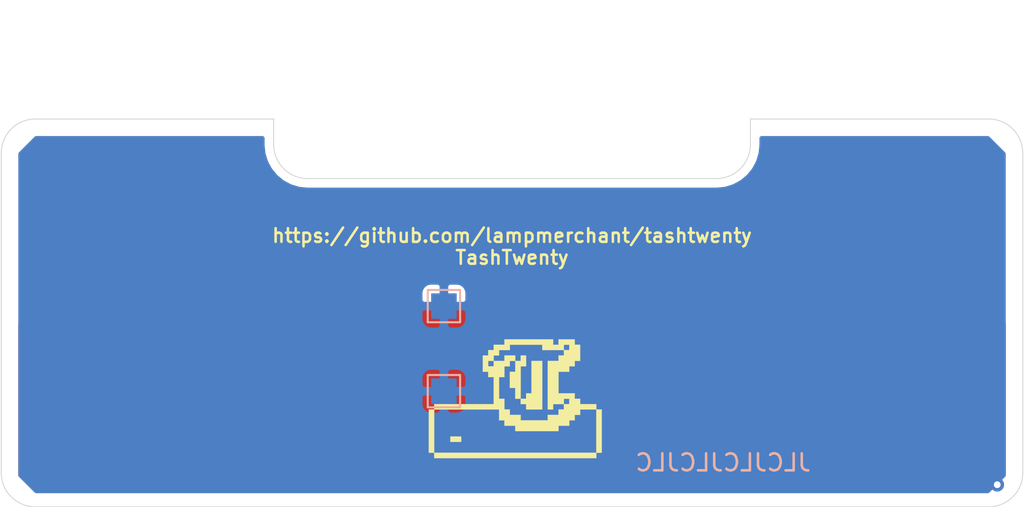
<source format=kicad_pcb>
(kicad_pcb (version 20171130) (host pcbnew "(5.1.12-1-10_14)")

  (general
    (thickness 1.6)
    (drawings 17)
    (tracks 7)
    (zones 0)
    (modules 3)
    (nets 2)
  )

  (page A4)
  (title_block
    (date 2022-05-17)
    (rev 1.0)
  )

  (layers
    (0 F.Cu signal)
    (31 B.Cu signal)
    (36 B.SilkS user)
    (37 F.SilkS user)
    (38 B.Mask user)
    (39 F.Mask user)
    (40 Dwgs.User user)
    (41 Cmts.User user)
    (44 Edge.Cuts user)
    (45 Margin user)
    (46 B.CrtYd user)
    (47 F.CrtYd user)
    (48 B.Fab user)
    (49 F.Fab user)
  )

  (setup
    (last_trace_width 0.25)
    (trace_clearance 0.2)
    (zone_clearance 0.508)
    (zone_45_only no)
    (trace_min 0.2)
    (via_size 0.8)
    (via_drill 0.4)
    (via_min_size 0.4)
    (via_min_drill 0.3)
    (uvia_size 0.3)
    (uvia_drill 0.1)
    (uvias_allowed no)
    (uvia_min_size 0.2)
    (uvia_min_drill 0.1)
    (edge_width 0.05)
    (segment_width 0.2)
    (pcb_text_width 0.3)
    (pcb_text_size 1.5 1.5)
    (mod_edge_width 0.12)
    (mod_text_size 1 1)
    (mod_text_width 0.15)
    (pad_size 1.5 1.5)
    (pad_drill 0)
    (pad_to_mask_clearance 0)
    (aux_axis_origin 0 0)
    (visible_elements FFFFFF7F)
    (pcbplotparams
      (layerselection 0x010f0_ffffffff)
      (usegerberextensions false)
      (usegerberattributes true)
      (usegerberadvancedattributes true)
      (creategerberjobfile true)
      (excludeedgelayer true)
      (linewidth 0.100000)
      (plotframeref false)
      (viasonmask false)
      (mode 1)
      (useauxorigin false)
      (hpglpennumber 1)
      (hpglpenspeed 20)
      (hpglpendiameter 15.000000)
      (psnegative false)
      (psa4output false)
      (plotreference true)
      (plotvalue true)
      (plotinvisibletext false)
      (padsonsilk false)
      (subtractmaskfromsilk false)
      (outputformat 1)
      (mirror false)
      (drillshape 0)
      (scaleselection 1)
      (outputdirectory ""))
  )

  (net 0 "")
  (net 1 Earth)

  (net_class Default "Ceci est la Netclass par défaut."
    (clearance 0.2)
    (trace_width 0.25)
    (via_dia 0.8)
    (via_drill 0.4)
    (uvia_dia 0.3)
    (uvia_drill 0.1)
    (add_net Earth)
  )

  (module TestPoint:TestPoint_Pad_1.5x1.5mm (layer B.Cu) (tedit 5A0F774F) (tstamp 6245F8D7)
    (at 64 51)
    (descr "SMD rectangular pad as test Point, square 1.5mm side length")
    (tags "test point SMD pad rectangle square")
    (path /6245FB73)
    (attr virtual)
    (fp_text reference TP2 (at 0 1.648) (layer B.SilkS) hide
      (effects (font (size 1 1) (thickness 0.15)) (justify mirror))
    )
    (fp_text value TestPoint (at 0 -1.75) (layer B.Fab)
      (effects (font (size 1 1) (thickness 0.15)) (justify mirror))
    )
    (fp_line (start 1.25 -1.25) (end -1.25 -1.25) (layer B.CrtYd) (width 0.05))
    (fp_line (start 1.25 -1.25) (end 1.25 1.25) (layer B.CrtYd) (width 0.05))
    (fp_line (start -1.25 1.25) (end -1.25 -1.25) (layer B.CrtYd) (width 0.05))
    (fp_line (start -1.25 1.25) (end 1.25 1.25) (layer B.CrtYd) (width 0.05))
    (fp_line (start -0.95 -0.95) (end -0.95 0.95) (layer B.SilkS) (width 0.12))
    (fp_line (start 0.95 -0.95) (end -0.95 -0.95) (layer B.SilkS) (width 0.12))
    (fp_line (start 0.95 0.95) (end 0.95 -0.95) (layer B.SilkS) (width 0.12))
    (fp_line (start -0.95 0.95) (end 0.95 0.95) (layer B.SilkS) (width 0.12))
    (fp_text user %R (at 0 1.65) (layer B.Fab)
      (effects (font (size 1 1) (thickness 0.15)) (justify mirror))
    )
    (pad 1 smd rect (at 0 0) (size 1.5 1.5) (layers B.Cu B.Mask)
      (net 1 Earth))
  )

  (module TestPoint:TestPoint_Pad_1.5x1.5mm (layer B.Cu) (tedit 5A0F774F) (tstamp 6245F8C9)
    (at 64 56)
    (descr "SMD rectangular pad as test Point, square 1.5mm side length")
    (tags "test point SMD pad rectangle square")
    (path /6246096F)
    (attr virtual)
    (fp_text reference TP1 (at 0 1.648) (layer B.SilkS) hide
      (effects (font (size 1 1) (thickness 0.15)) (justify mirror))
    )
    (fp_text value TestPoint (at 0 -1.75) (layer B.Fab)
      (effects (font (size 1 1) (thickness 0.15)) (justify mirror))
    )
    (fp_line (start 1.25 -1.25) (end -1.25 -1.25) (layer B.CrtYd) (width 0.05))
    (fp_line (start 1.25 -1.25) (end 1.25 1.25) (layer B.CrtYd) (width 0.05))
    (fp_line (start -1.25 1.25) (end -1.25 -1.25) (layer B.CrtYd) (width 0.05))
    (fp_line (start -1.25 1.25) (end 1.25 1.25) (layer B.CrtYd) (width 0.05))
    (fp_line (start -0.95 -0.95) (end -0.95 0.95) (layer B.SilkS) (width 0.12))
    (fp_line (start 0.95 -0.95) (end -0.95 -0.95) (layer B.SilkS) (width 0.12))
    (fp_line (start 0.95 0.95) (end 0.95 -0.95) (layer B.SilkS) (width 0.12))
    (fp_line (start -0.95 0.95) (end 0.95 0.95) (layer B.SilkS) (width 0.12))
    (fp_text user %R (at 0 1.65) (layer B.Fab)
      (effects (font (size 1 1) (thickness 0.15)) (justify mirror))
    )
    (pad 1 smd rect (at 0 0) (size 1.5 1.5) (layers B.Cu B.Mask)
      (net 1 Earth))
  )

  (module Logo:logo (layer F.Cu) (tedit 0) (tstamp 6249755C)
    (at 68 56)
    (fp_text reference G*** (at 0 0) (layer F.SilkS) hide
      (effects (font (size 1.524 1.524) (thickness 0.3)))
    )
    (fp_text value LOGO (at 0.75 0) (layer F.SilkS) hide
      (effects (font (size 1.524 1.524) (thickness 0.3)))
    )
    (fp_poly (pts (xy 5.2705 1.0795) (xy 5.2705 3.6195) (xy 4.953 3.6195) (xy 4.953 3.937)
      (xy -4.572 3.937) (xy -4.572 3.6195) (xy -4.8895 3.6195) (xy -4.8895 1.0795)
      (xy -4.572 1.0795) (xy -4.572 3.6195) (xy 4.953 3.6195) (xy 4.953 1.0795)
      (xy 4.0005 1.0795) (xy 4.0005 1.397) (xy 3.683 1.397) (xy 3.683 1.7145)
      (xy 3.3655 1.7145) (xy 3.3655 2.032) (xy 2.7305 2.032) (xy 2.7305 2.3495)
      (xy 0.1905 2.3495) (xy 0.1905 2.032) (xy -0.4445 2.032) (xy -0.4445 1.7145)
      (xy -0.762 1.7145) (xy -0.762 1.0795) (xy -4.572 1.0795) (xy -4.572 0.762)
      (xy -1.0795 0.762) (xy -1.0795 -0.8255) (xy -1.397 -0.8255) (xy -1.397 -1.143)
      (xy -1.7145 -1.143) (xy -1.7145 -1.778) (xy -1.397 -1.778) (xy -1.397 -1.4605)
      (xy -1.0795 -1.4605) (xy -1.0795 -1.778) (xy -1.397 -1.778) (xy -1.7145 -1.778)
      (xy -1.7145 -2.0955) (xy -1.397 -2.0955) (xy -1.0795 -2.0955) (xy -1.0795 -1.778)
      (xy -0.4445 -1.778) (xy -0.4445 -2.0955) (xy 0.1905 -2.0955) (xy 0.1905 -1.778)
      (xy -0.127 -1.778) (xy -0.127 -1.4605) (xy -0.4445 -1.4605) (xy -0.4445 -0.8255)
      (xy -0.762 -0.8255) (xy -0.762 0.4445) (xy -0.4445 0.4445) (xy -0.4445 1.0795)
      (xy -0.127 1.0795) (xy -0.127 1.397) (xy 0.508 1.397) (xy 0.508 1.7145)
      (xy 2.0955 1.7145) (xy 2.0955 1.397) (xy 2.7305 1.397) (xy 2.7305 1.0795)
      (xy 3.048 1.0795) (xy 3.048 0.762) (xy 2.413 0.762) (xy 2.413 1.0795)
      (xy 2.0955 1.0795) (xy 2.0955 0.4445) (xy 3.048 0.4445) (xy 3.048 0.762)
      (xy 3.3655 0.762) (xy 3.3655 0.4445) (xy 3.048 0.4445) (xy 2.0955 0.4445)
      (xy 2.0955 -1.778) (xy 2.7305 -1.778) (xy 2.7305 -2.0955) (xy 3.048 -2.0955)
      (xy 3.048 -2.413) (xy 1.778 -2.413) (xy 1.778 -2.7305) (xy -0.127 -2.7305)
      (xy -0.127 -2.413) (xy -0.762 -2.413) (xy -0.762 -2.0955) (xy -1.0795 -2.0955)
      (xy -1.397 -2.0955) (xy -1.397 -2.413) (xy -1.0795 -2.413) (xy -1.0795 -2.7305)
      (xy -0.4445 -2.7305) (xy -0.4445 -3.048) (xy 2.413 -3.048) (xy 2.413 -2.7305)
      (xy 2.7305 -2.7305) (xy 3.048 -2.7305) (xy 3.048 -2.413) (xy 3.3655 -2.413)
      (xy 3.3655 -2.7305) (xy 3.048 -2.7305) (xy 2.7305 -2.7305) (xy 2.7305 -3.048)
      (xy 3.683 -3.048) (xy 3.683 -2.7305) (xy 4.0005 -2.7305) (xy 4.0005 -1.778)
      (xy 3.683 -1.778) (xy 3.683 -1.4605) (xy 3.3655 -1.4605) (xy 3.3655 -1.143)
      (xy 2.7305 -1.143) (xy 2.7305 0.127) (xy 3.683 0.127) (xy 3.683 0.4445)
      (xy 4.0005 0.4445) (xy 4.0005 0.762) (xy 4.953 0.762) (xy 4.953 1.0795)
      (xy 5.2705 1.0795)) (layer F.SilkS) (width 0.01))
    (fp_poly (pts (xy -2.9845 2.9845) (xy -3.6195 2.9845) (xy -3.6195 2.667) (xy -2.9845 2.667)
      (xy -2.9845 2.9845)) (layer F.SilkS) (width 0.01))
    (fp_poly (pts (xy 1.778 1.0795) (xy 0.8255 1.0795) (xy 0.8255 0.762) (xy 0.508 0.762)
      (xy 0.508 0.4445) (xy 0.8255 0.4445) (xy 0.8255 0.127) (xy 1.143 0.127)
      (xy 1.143 -1.778) (xy 1.778 -1.778) (xy 1.778 1.0795)) (layer F.SilkS) (width 0.01))
    (fp_poly (pts (xy 0.8255 -1.4605) (xy 0.508 -1.4605) (xy 0.508 0.4445) (xy 0.1905 0.4445)
      (xy 0.1905 -0.1905) (xy -0.127 -0.1905) (xy -0.127 -1.143) (xy 0.1905 -1.143)
      (xy 0.1905 -1.778) (xy 0.508 -1.778) (xy 0.508 -2.0955) (xy 0.8255 -2.0955)
      (xy 0.8255 -1.4605)) (layer F.SilkS) (width 0.01))
  )

  (gr_line (start 80 43.5) (end 56 43.5) (layer Edge.Cuts) (width 0.05) (tstamp 6283FDDA))
  (gr_line (start 82 40) (end 82 41.5) (layer Edge.Cuts) (width 0.05) (tstamp 6283FDD7))
  (gr_line (start 82 40) (end 96 40) (layer Edge.Cuts) (width 0.05) (tstamp 6283FDD3))
  (gr_line (start 54 40) (end 40 40) (layer Edge.Cuts) (width 0.05) (tstamp 6283FDB4))
  (gr_line (start 54 41.5) (end 54 40) (layer Edge.Cuts) (width 0.05))
  (gr_arc (start 80 41.5) (end 80 43.5) (angle -90) (layer Edge.Cuts) (width 0.05) (tstamp 6283FD6D))
  (gr_arc (start 56 41.5) (end 54 41.5) (angle -90) (layer Edge.Cuts) (width 0.05) (tstamp 6283FD0D))
  (dimension 60 (width 0.15) (layer Dwgs.User)
    (gr_text "60.000 mm" (at 68 33.7) (layer Dwgs.User)
      (effects (font (size 1 1) (thickness 0.15)))
    )
    (feature1 (pts (xy 98 41.5) (xy 98 34.413579)))
    (feature2 (pts (xy 38 41.5) (xy 38 34.413579)))
    (crossbar (pts (xy 38 35) (xy 98 35)))
    (arrow1a (pts (xy 98 35) (xy 96.873496 35.586421)))
    (arrow1b (pts (xy 98 35) (xy 96.873496 34.413579)))
    (arrow2a (pts (xy 38 35) (xy 39.126504 35.586421)))
    (arrow2b (pts (xy 38 35) (xy 39.126504 34.413579)))
  )
  (gr_text JLCJLCJLCJLC (at 80.4 60.2) (layer B.SilkS)
    (effects (font (size 1 1) (thickness 0.15)) (justify mirror))
  )
  (gr_text "https://github.com/lampmerchant/tashtwenty\nTashTwenty" (at 68 47.5) (layer F.SilkS)
    (effects (font (size 0.8 0.8) (thickness 0.15)))
  )
  (gr_line (start 38 60.8) (end 38 42) (layer Edge.Cuts) (width 0.05) (tstamp 6245E86E))
  (gr_line (start 96 62.8) (end 40 62.8) (layer Edge.Cuts) (width 0.05) (tstamp 6245E86A))
  (gr_line (start 98 42) (end 98 60.8) (layer Edge.Cuts) (width 0.05) (tstamp 6245E865))
  (gr_arc (start 96 60.8) (end 96 62.8) (angle -90) (layer Edge.Cuts) (width 0.05) (tstamp 6245E836))
  (gr_arc (start 40 60.8) (end 38 60.8) (angle -90) (layer Edge.Cuts) (width 0.05) (tstamp 6245E826))
  (gr_arc (start 96 42) (end 98 42) (angle -90) (layer Edge.Cuts) (width 0.05) (tstamp 6245E818))
  (gr_arc (start 40 42) (end 40 40) (angle -90) (layer Edge.Cuts) (width 0.05))

  (segment (start 64 56) (end 64 51) (width 0.25) (layer B.Cu) (net 1))
  (segment (start 94 51) (end 64 51) (width 0.25) (layer B.Cu) (net 1))
  (segment (start 96 53) (end 94 51) (width 0.25) (layer B.Cu) (net 1))
  (segment (start 96.5 61.5) (end 96 53) (width 0.25) (layer B.Cu) (net 1))
  (via (at 96.5 61.5) (size 0.8) (drill 0.4) (layers F.Cu B.Cu) (net 1))
  (segment (start 96.5 61.5) (end 96.5 58.5) (width 0.25) (layer F.Cu) (net 1))
  (segment (start 96.5 58.5) (end 95 57) (width 0.25) (layer F.Cu) (net 1))

  (zone (net 1) (net_name Earth) (layer B.Cu) (tstamp 0) (hatch edge 0.508)
    (connect_pads (clearance 0.508))
    (min_thickness 0.254)
    (fill yes (arc_segments 32) (thermal_gap 0.508) (thermal_bridge_width 0.508))
    (polygon
      (pts
        (xy 97 42) (xy 97 61) (xy 96 62) (xy 40 62) (xy 39 61)
        (xy 39 42) (xy 40 41) (xy 96 41)
      )
    )
    (filled_polygon
      (pts
        (xy 53.34 41.532418) (xy 53.342852 41.561372) (xy 53.342765 41.573781) (xy 53.343665 41.582952) (xy 53.384466 41.971145)
        (xy 53.396487 42.029708) (xy 53.407702 42.088501) (xy 53.410366 42.097323) (xy 53.52579 42.470198) (xy 53.548975 42.525353)
        (xy 53.571379 42.580806) (xy 53.575706 42.588943) (xy 53.761357 42.932298) (xy 53.79478 42.981849) (xy 53.827562 43.031946)
        (xy 53.833387 43.039087) (xy 54.082194 43.339841) (xy 54.124629 43.381981) (xy 54.166492 43.42473) (xy 54.173592 43.430604)
        (xy 54.476077 43.677305) (xy 54.525904 43.710409) (xy 54.575259 43.744204) (xy 54.583365 43.748587) (xy 54.928007 43.931837)
        (xy 54.983311 43.954631) (xy 55.038295 43.978198) (xy 55.047098 43.980923) (xy 55.42077 44.093741) (xy 55.479458 44.105361)
        (xy 55.537961 44.117797) (xy 55.547126 44.11876) (xy 55.935595 44.15685) (xy 55.935598 44.15685) (xy 55.967581 44.16)
        (xy 80.032419 44.16) (xy 80.061373 44.157148) (xy 80.073781 44.157235) (xy 80.082952 44.156335) (xy 80.471145 44.115534)
        (xy 80.529708 44.103513) (xy 80.588501 44.092298) (xy 80.597323 44.089634) (xy 80.970198 43.97421) (xy 81.025353 43.951025)
        (xy 81.080806 43.928621) (xy 81.088943 43.924294) (xy 81.432298 43.738643) (xy 81.481849 43.70522) (xy 81.531946 43.672438)
        (xy 81.539087 43.666613) (xy 81.839841 43.417806) (xy 81.881981 43.375371) (xy 81.92473 43.333508) (xy 81.930604 43.326408)
        (xy 82.177305 43.023923) (xy 82.210409 42.974096) (xy 82.244204 42.924741) (xy 82.248587 42.916635) (xy 82.431837 42.571993)
        (xy 82.454631 42.516689) (xy 82.478198 42.461705) (xy 82.480923 42.452902) (xy 82.593741 42.07923) (xy 82.605361 42.020542)
        (xy 82.617797 41.962039) (xy 82.61876 41.952874) (xy 82.65685 41.564405) (xy 82.65685 41.564402) (xy 82.66 41.532419)
        (xy 82.66 41.127) (xy 95.947394 41.127) (xy 96.873 42.052606) (xy 96.873 60.947394) (xy 95.947394 61.873)
        (xy 40.052606 61.873) (xy 39.127 60.947394) (xy 39.127 56.75) (xy 62.611928 56.75) (xy 62.624188 56.874482)
        (xy 62.660498 56.99418) (xy 62.719463 57.104494) (xy 62.798815 57.201185) (xy 62.895506 57.280537) (xy 63.00582 57.339502)
        (xy 63.125518 57.375812) (xy 63.25 57.388072) (xy 63.71425 57.385) (xy 63.873 57.22625) (xy 63.873 56.127)
        (xy 64.127 56.127) (xy 64.127 57.22625) (xy 64.28575 57.385) (xy 64.75 57.388072) (xy 64.874482 57.375812)
        (xy 64.99418 57.339502) (xy 65.104494 57.280537) (xy 65.201185 57.201185) (xy 65.280537 57.104494) (xy 65.339502 56.99418)
        (xy 65.375812 56.874482) (xy 65.388072 56.75) (xy 65.385 56.28575) (xy 65.22625 56.127) (xy 64.127 56.127)
        (xy 63.873 56.127) (xy 62.77375 56.127) (xy 62.615 56.28575) (xy 62.611928 56.75) (xy 39.127 56.75)
        (xy 39.127 55.25) (xy 62.611928 55.25) (xy 62.615 55.71425) (xy 62.77375 55.873) (xy 63.873 55.873)
        (xy 63.873 54.77375) (xy 64.127 54.77375) (xy 64.127 55.873) (xy 65.22625 55.873) (xy 65.385 55.71425)
        (xy 65.388072 55.25) (xy 65.375812 55.125518) (xy 65.339502 55.00582) (xy 65.280537 54.895506) (xy 65.201185 54.798815)
        (xy 65.104494 54.719463) (xy 64.99418 54.660498) (xy 64.874482 54.624188) (xy 64.75 54.611928) (xy 64.28575 54.615)
        (xy 64.127 54.77375) (xy 63.873 54.77375) (xy 63.71425 54.615) (xy 63.25 54.611928) (xy 63.125518 54.624188)
        (xy 63.00582 54.660498) (xy 62.895506 54.719463) (xy 62.798815 54.798815) (xy 62.719463 54.895506) (xy 62.660498 55.00582)
        (xy 62.624188 55.125518) (xy 62.611928 55.25) (xy 39.127 55.25) (xy 39.127 51.75) (xy 62.611928 51.75)
        (xy 62.624188 51.874482) (xy 62.660498 51.99418) (xy 62.719463 52.104494) (xy 62.798815 52.201185) (xy 62.895506 52.280537)
        (xy 63.00582 52.339502) (xy 63.125518 52.375812) (xy 63.25 52.388072) (xy 63.71425 52.385) (xy 63.873 52.22625)
        (xy 63.873 51.127) (xy 64.127 51.127) (xy 64.127 52.22625) (xy 64.28575 52.385) (xy 64.75 52.388072)
        (xy 64.874482 52.375812) (xy 64.99418 52.339502) (xy 65.104494 52.280537) (xy 65.201185 52.201185) (xy 65.280537 52.104494)
        (xy 65.339502 51.99418) (xy 65.375812 51.874482) (xy 65.388072 51.75) (xy 65.385 51.28575) (xy 65.22625 51.127)
        (xy 64.127 51.127) (xy 63.873 51.127) (xy 62.77375 51.127) (xy 62.615 51.28575) (xy 62.611928 51.75)
        (xy 39.127 51.75) (xy 39.127 50.25) (xy 62.611928 50.25) (xy 62.615 50.71425) (xy 62.77375 50.873)
        (xy 63.873 50.873) (xy 63.873 49.77375) (xy 64.127 49.77375) (xy 64.127 50.873) (xy 65.22625 50.873)
        (xy 65.385 50.71425) (xy 65.388072 50.25) (xy 65.375812 50.125518) (xy 65.339502 50.00582) (xy 65.280537 49.895506)
        (xy 65.201185 49.798815) (xy 65.104494 49.719463) (xy 64.99418 49.660498) (xy 64.874482 49.624188) (xy 64.75 49.611928)
        (xy 64.28575 49.615) (xy 64.127 49.77375) (xy 63.873 49.77375) (xy 63.71425 49.615) (xy 63.25 49.611928)
        (xy 63.125518 49.624188) (xy 63.00582 49.660498) (xy 62.895506 49.719463) (xy 62.798815 49.798815) (xy 62.719463 49.895506)
        (xy 62.660498 50.00582) (xy 62.624188 50.125518) (xy 62.611928 50.25) (xy 39.127 50.25) (xy 39.127 42.052606)
        (xy 40.052606 41.127) (xy 53.34 41.127)
      )
    )
  )
  (zone (net 1) (net_name Earth) (layer F.Cu) (tstamp 0) (hatch edge 0.508)
    (connect_pads (clearance 0.508))
    (min_thickness 0.254)
    (fill yes (arc_segments 32) (thermal_gap 0.508) (thermal_bridge_width 0.508))
    (polygon
      (pts
        (xy 97 51.987265) (xy 97 60.987265) (xy 96 61.987265) (xy 40 61.987265) (xy 39 60.987265)
        (xy 39 51.987265) (xy 40 50.987265) (xy 96 50.987265)
      )
    )
    (filled_polygon
      (pts
        (xy 96.873 52.039871) (xy 96.873 60.934659) (xy 95.947394 61.860265) (xy 40.052606 61.860265) (xy 39.127 60.934659)
        (xy 39.127 52.039871) (xy 40.052606 51.114265) (xy 95.947394 51.114265)
      )
    )
  )
)

</source>
